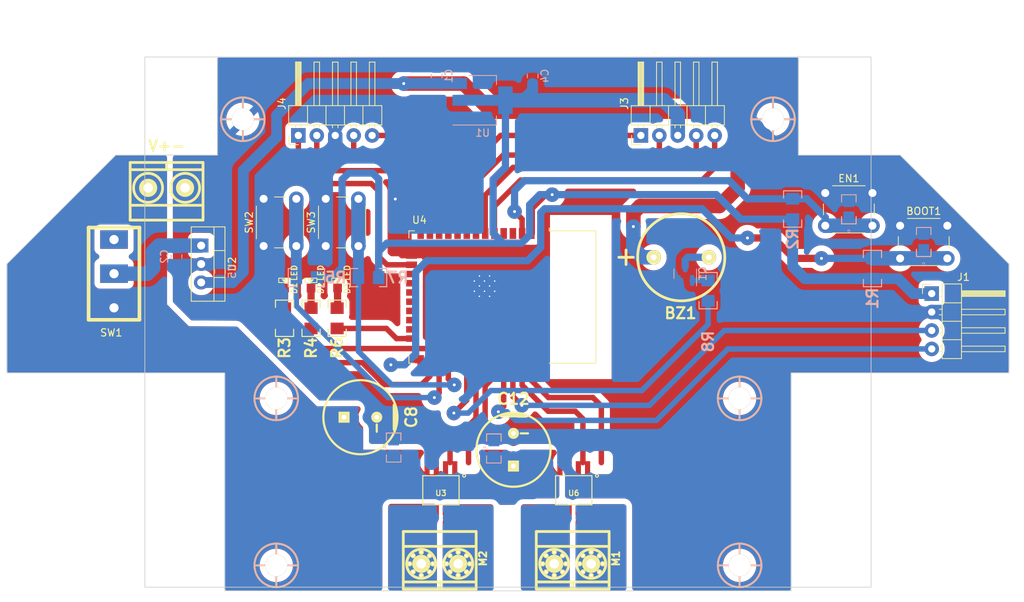
<source format=kicad_pcb>
(kicad_pcb (version 20221018) (generator pcbnew)
  (layers (0 "F.Cu" signal) (31 "B.Cu" signal) (34 "B.Paste" user) (35 "F.Paste" user) (36 "B.SilkS" user "B.Silkscreen") (37 "F.SilkS" user "F.Silkscreen") (38 "B.Mask" user) (39 "F.Mask" user) (44 "Edge.Cuts" user))
  (net 0 "")
  (net 1 "Net-(SW1-B)")
  (net 2 "GND")
  (net 3 "/Rx")
  (net 4 "/Tx")
  (net 17 "+3V3")
  (net 18 "/EN")
  (net 19 "/OUT_8")
  (net 20 "/OUT_7")
  (net 21 "/OUT_6")
  (net 22 "/OUT_5")
  (net 23 "/OUT_4")
  (net 24 "/OUT_3")
  (net 25 "/OUT_2")
  (net 26 "/OUT_1")
  (net 27 "+5V")
  (net 28 "/PUSH_1")
  (net 29 "/PUSH_2")
  (net 30 "/BUZZER")
  (net 31 "/M2A")
  (net 32 "/M2B")
  (net 33 "/M1A")
  (net 34 "/M1B")
  (net 35 "/LED_BUILTING")
  (net 36 "/BOOT")
  (net 37 "/LED_2")
  (net 38 "/LED_1")
  (net 39 "Net-(BZ1-+)")
  (net 40 "Net-(Q1-G)")
  (net 41 "Net-(D1-A)")
  (net 42 "Net-(D2-A)")
  (net 43 "Net-(D3-A)")
  (net 44 "VCC")
  (net 45 "/Vin")
  (net 46 "Net-(U6-OUT1)")
  (net 47 "Net-(U6-OUT2)")
  (net 48 "Net-(U3-OUT1)")
  (net 49 "Net-(U3-OUT2)")
  (footprint "EESTN5-v2:SW_SPDT_TH_Vertical" (layer "F.Cu") (at 74.49375 96.48275 180)
    (fp_text reference "SW1")
    (fp_text value "SW_SPST" hide)
  )
  (footprint "EESTN5-v2:hole_3mm" (layer "F.Cu") (at 96.83375 113.65375 -90)
    (fp_text reference "H1" hide)
    (fp_text value "Mounting_Hole" hide)
  )
  (footprint "RF_Module:ESP32-WROOM-32D" (layer "F.Cu") (at 124.975 99.69875 -90)
    (fp_text reference "U4")
    (fp_text value "ESP32-WROOM-32")
  )
  (footprint "Button_Switch_THT:SW_PUSH_6mm_H5mm" (layer "F.Cu") (at 95.09375 92.67375 90)
    (fp_text reference "SW2")
    (fp_text value "START")
  )
  (footprint "EESTN5-v2:BORNERA2_AZUL_HOLES+" (layer "F.Cu") (at 119.34 136.43)
    (fp_text reference "J10" hide)
    (fp_text value "M2")
  )
  (footprint "EESTN5-v2:R_1206" (layer "F.Cu") (at 97.97375 102.62475 -90)
    (fp_text reference "R3")
    (fp_text value "220" hide)
  )
  (footprint "Button_Switch_THT:SW_PUSH_6mm_H5mm" (layer "F.Cu") (at 172.42375 85.37475)
    (fp_text reference "EN1")
    (fp_text value "SW_Push")
  )
  (footprint "Connector_PinHeader_2.54mm:PinHeader_1x05_P2.54mm_Horizontal" (layer "F.Cu") (at 147.0375 77.44875 90)
    (fp_text reference "J3")
    (fp_text value "Conn_01x05_Pin")
  )
  (footprint "Button_Switch_THT:SW_PUSH_6mm_H5mm" (layer "F.Cu") (at 182.7325 89.87475)
    (fp_text reference "BOOT1")
    (fp_text value "SW_Push")
  )
  (footprint "Connector_PinHeader_2.54mm:PinHeader_1x05_P2.54mm_Horizontal" (layer "F.Cu") (at 99.8725 77.44875 90)
    (fp_text reference "J4")
    (fp_text value "Conn_01x05_Pin")
  )
  (footprint "EESTN5-v2:hole_3mm" (layer "F.Cu") (at 160.6301 113.65375 -90)
    (fp_text reference "H2" hide)
    (fp_text value "Mounting_Hole" hide)
  )
  (footprint "EESTN5-v2:Led_0805" (layer "F.Cu") (at 97.97375 97.40375 -90)
    (fp_text reference "D1")
    (fp_text value "LED")
  )
  (footprint "EESTN5-v2:Led_0805" (layer "F.Cu") (at 105.27375 97.40375 -90)
    (fp_text reference "D3")
    (fp_text value "LED")
  )
  (footprint "EESTN5-v2:BORNERA2_AZUL" (layer "F.Cu") (at 81.7325 84.66375 180)
    (fp_text reference "J2" hide)
    (fp_text value "V+-")
  )
  (footprint "EESTN5-v2:CAP_ELEC_10X8mm" (layer "F.Cu") (at 129.49375 120.718637)
    (fp_text reference "C12")
    (fp_text value "100uF 35V" hide)
  )
  (footprint "EESTN5-v2:R_1206" (layer "F.Cu") (at 101.62375 102.62475 -90)
    (fp_text reference "R4")
    (fp_text value "220" hide)
  )
  (footprint "EESTN5-v2:BORNERA2_AZUL_HOLES+" (layer "F.Cu") (at 137.65 136.43)
    (fp_text reference "J9" hide)
    (fp_text value "M1")
  )
  (footprint "EESTN5-v2:hole_3mm" (layer "F.Cu") (at 165.2325 75.22375 -90)
    (fp_text reference "H5" hide)
    (fp_text value "Mounting_Hole" hide)
  )
  (footprint "EESTN5-v2:Buzzer_12mm" (layer "F.Cu") (at 152.59375 94.22375 180)
    (fp_text reference "BZ1")
    (fp_text value "Buzzer" hide)
  )
  (footprint "EESTN5-v2:hole_3mm" (layer "F.Cu") (at 96.83375 136.64375 -90)
    (fp_text reference "H4" hide)
    (fp_text value "Mounting_Hole" hide)
  )
  (footprint "EESTN5-v2:SSOP-8" (layer "F.Cu") (at 119.50375 126.29875 180)
    (fp_text reference "U3")
    (fp_text value "TB67H451AFNG" hide)
  )
  (footprint "EESTN5-v2:hole_3mm" (layer "F.Cu") (at 160.6301 136.64375 -90)
    (fp_text reference "H3" hide)
    (fp_text value "Mounting_Hole" hide)
  )
  (footprint "EESTN5-v2:R_1206" (layer "F.Cu") (at 105.21375 102.62475 -90)
    (fp_text reference "R6")
    (fp_text value "220" hide)
  )
  (footprint "EESTN5-v2:SSOP-8" (layer "F.Cu") (at 137.79375 126.29875 180)
    (fp_text reference "U6")
    (fp_text value "TB67H451AFNG" hide)
  )
  (footprint "EESTN5-v2:CAP_ELEC_10X8mm" (layer "F.Cu") (at 108.418862 116.24375 -90)
    (fp_text reference "C8")
    (fp_text value "100uF 35V" hide)
  )
  (footprint "EESTN5-v2:Led_0805" (layer "F.Cu") (at 101.62375 97.40375 -90)
    (fp_text reference "D2")
    (fp_text value "LED")
  )
  (footprint "Connector_PinHeader_2.54mm:PinHeader_1x04_P2.54mm_Horizontal" (layer "F.Cu") (at 187.0825 99.22375)
    (fp_text reference "J1")
    (fp_text value "FTDI")
  )
  (footprint "Package_TO_SOT_THT:TO-220-3_Vertical" (layer "F.Cu") (at 86.49375 92.61375 -90)
    (fp_text reference "U2")
    (fp_text value "LM7805_TO220")
  )
  (footprint "Button_Switch_THT:SW_PUSH_6mm_H5mm" (layer "F.Cu") (at 103.64375 92.67375 90)
    (fp_text reference "SW3")
    (fp_text value "START")
  )
  (footprint "EESTN5-v2:hole_3mm" (layer "F.Cu") (at 92.2325 75.22375 -90)
    (fp_text reference "H6" hide)
    (fp_text value "Mounting_Hole" hide)
  )
  (footprint "EESTN5-v2:C_0805" (layer "B.Cu") (at 175.67375 87.619 90)
    (fp_text reference "C6")
    (fp_text value "1n" hide)
  )
  (footprint "Capacitor_SMD:C_0805_2012Metric_Pad1.18x1.45mm_HandSolder" (layer "B.Cu") (at 89.09375 96.19125 90)
    (fp_text reference "C5")
    (fp_text value "1uF")
  )
  (footprint "EESTN5-v2:R_1206" (layer "B.Cu") (at 100.99075 97.02375)
    (fp_text reference "R5")
    (fp_text value "4K7" hide)
  )
  (footprint "EESTN5-v2:C_0805" (layer "B.Cu") (at 185.9825 92.119 90)
    (fp_text reference "C3")
    (fp_text value "1n" hide)
  )
  (footprint "Package_TO_SOT_SMD:SOT-223-3_TabPin2" (layer "B.Cu") (at 125.24 72.60375)
    (fp_text reference "U1")
    (fp_text value "AMS1117-3.3")
  )
  (footprint "EESTN5-v2:R_1206" (layer "B.Cu") (at 156.29375 98.82075 90)
    (fp_text reference "R8")
    (fp_text value "10K" hide)
  )
  (footprint "EESTN5-v2:R_1206" (layer "B.Cu") (at 167.93375 87.57375 90)
    (fp_text reference "R2")
    (fp_text value "10K" hide)
  )
  (footprint "Capacitor_SMD:C_0805_2012Metric_Pad1.18x1.45mm_HandSolder" (layer "B.Cu") (at 83.0975 94.11625 -90)
    (fp_text reference "C2")
    (fp_text value "1uF")
  )
  (footprint "EESTN5-v2:R_1206" (layer "B.Cu") (at 178.92375 95.77175 90)
    (fp_text reference "R1")
    (fp_text value "1OK" hide)
  )
  (footprint "Capacitor_SMD:C_0805_2012Metric_Pad1.18x1.45mm_HandSolder" (layer "B.Cu") (at 118.91375 69.26625 90)
    (fp_text reference "C1")
    (fp_text value "1uF")
  )
  (footprint "Package_TO_SOT_SMD:SOT-23" (layer "B.Cu") (at 153.14375 96.48625 90)
    (fp_text reference "Q1")
    (fp_text value "2N7002")
  )
  (footprint "EESTN5-v2:C_0805" (layer "B.Cu") (at 112.99375 120.42375 -90)
    (fp_text reference "C11")
    (fp_text value "100nF" hide)
  )
  (footprint "EESTN5-v2:R_1206" (layer "B.Cu") (at 109.54075 97.02375)
    (fp_text reference "R7")
    (fp_text value "4K7" hide)
  )
  (footprint "EESTN5-v2:C_0805" (layer "B.Cu") (at 126.79375 120.54875 -90)
    (fp_text reference "C7")
    (fp_text value "100nF" hide)
  )
  (footprint "Capacitor_SMD:C_0805_2012Metric_Pad1.18x1.45mm_HandSolder" (layer "B.Cu") (at 132.13375 69.26625 90)
    (fp_text reference "C4")
    (fp_text value "1uF")
  )
  (gr_line (start 167.7325 140.14875) (end 167.7325 110.14875) (stroke (width 0.1)) (layer "Edge.Cuts"))
  (gr_line (start 59.7325 95.14875) (end 59.7325 110.14875) (stroke (width 0.1)) (layer "Edge.Cuts"))
  (gr_line (start 197.7325 110.14875) (end 197.7325 95.14875) (stroke (width 0.1)) (layer "Edge.Cuts"))
  (gr_line (start 88.7325 66.64875) (end 88.7325 80.14875) (stroke (width 0.1)) (layer "Edge.Cuts"))
  (gr_line (start 167.7325 110.14875) (end 197.7325 110.14875) (stroke (width 0.1)) (layer "Edge.Cuts"))
  (gr_line (start 89.7325 110.14875) (end 89.7325 140.14875) (stroke (width 0.1)) (layer "Edge.Cuts"))
  (gr_rect (start 78.7325 66.64875) (end 178.7325 139.64875) (stroke (width 0.1)) (fill none) (layer "Edge.Cuts"))
  (gr_line (start 74.7325 80.14875) (end 59.7325 95.14875) (stroke (width 0.1)) (layer "Edge.Cuts"))
  (gr_line (start 168.7325 80.14875) (end 168.7325 66.64875) (stroke (width 0.1)) (layer "Edge.Cuts"))
  (gr_line (start 182.7325 80.14875) (end 168.7325 80.14875) (stroke (width 0.1)) (layer "Edge.Cuts"))
  (gr_line (start 197.7325 95.14875) (end 182.7325 80.14875) (stroke (width 0.1)) (layer "Edge.Cuts"))
  (gr_line (start 168.7325 66.64875) (end 88.7325 66.64875) (stroke (width 0.1)) (layer "Edge.Cuts"))
  (gr_line (start 59.7325 110.14875) (end 89.7325 110.14875) (stroke (width 0.1)) (layer "Edge.Cuts"))
  (gr_line (start 89.7325 140.14875) (end 167.7325 140.14875) (stroke (width 0.1)) (layer "Edge.Cuts"))
  (gr_line (start 88.7325 80.14875) (end 74.7325 80.14875) (stroke (width 0.1)) (layer "Edge.Cuts"))
  (segment (start 74.49375 96.48275) (end 79.07475 96.48275) (width 2) (layer "B.Cu") (net 1))
  (segment (start 80.68375 92.61375) (end 86.49375 92.61375) (width 2) (layer "B.Cu") (net 1))
  (segment (start 79.88375 93.41375) (end 80.68375 92.61375) (width 2) (layer "B.Cu") (net 1))
  (segment (start 79.88375 95.67375) (end 79.88375 93.41375) (width 2) (layer "B.Cu") (net 1))
  (segment (start 79.07475 96.48275) (end 79.88375 95.67375) (width 2) (layer "B.Cu") (net 1))
  (segment (start 117.5475 93.98875) (end 121.7575 98.19875) (width 0.75) (layer "F.Cu") (net 2))
  (segment (start 133.225 100.66625) (end 130.7575 98.19875) (width 0.75) (layer "F.Cu") (net 2))
  (segment (start 133.225 108.44875) (end 133.225 100.66625) (width 0.75) (layer "F.Cu") (net 2))
  (segment (start 115.465 93.98875) (end 114.12875 93.98875) (width 0.75) (layer "F.Cu") (net 2))
  (segment (start 95.09375 95.05375) (end 95.09375 92.67375) (width 1) (layer "F.Cu") (net 2))
  (segment (start 114.12875 93.98875) (end 113.22375 93.08375) (width 0.75) (layer "F.Cu") (net 2))
  (segment (start 133.225 90.94875) (end 133.225 95.65625) (width 0.75) (layer "F.Cu") (net 2))
  (segment (start 113.22375 93.08375) (end 113.22375 86.20375) (width 0.75) (layer "F.Cu") (net 2))
  (segment (start 97.97375 96.35473) (end 96.39473 96.35473) (width 1) (layer "F.Cu") (net 2))
  (segment (start 130.6825 98.19875) (end 125.505 98.19875) (width 0.75) (layer "F.Cu") (net 2))
  (segment (start 121.7575 98.19875) (end 125.505 98.19875) (width 0.75) (layer "F.Cu") (net 2))
  (segment (start 96.39473 96.35473) (end 95.09375 95.05375) (width 1) (layer "F.Cu") (net 2))
  (segment (start 115.465 93.98875) (end 117.5475 93.98875) (width 0.75) (layer "F.Cu") (net 2))
  (segment (start 105.27375 96.35473) (end 101.62375 96.35473) (width 1) (layer "F.Cu") (net 2))
  (segment (start 130.7575 98.19875) (end 125.505 98.19875) (width 0.75) (layer "F.Cu") (net 2))
  (segment (start 101.62375 96.35473) (end 97.97375 96.35473) (width 1) (layer "F.Cu") (net 2))
  (segment (start 133.225 95.65625) (end 130.6825 98.19875) (width 0.75) (layer "F.Cu") (net 2))
  (via (at 113.22375 86.20375) (size 2) (drill 0.4) (layers "F.Cu" "B.Cu") (net 2))
  (segment (start 113.22375 82.24375) (end 113.22375 86.20375) (width 2) (layer "B.Cu") (net 2))
  (segment (start 192.6325 99.825) (end 190.69375 101.76375) (width 2) (layer "B.Cu") (net 2))
  (segment (start 89.09375 92.72375) (end 89.09375 95.15375) (width 1) (layer "B.Cu") (net 2))
  (segment (start 89.02375 84.66375) (end 89.99375 85.63375) (width 0.75) (layer "B.Cu") (net 2))
  (segment (start 103.64375 83.47375) (end 102.69375 82.52375) (width 2) (layer "B.Cu") (net 2))
  (segment (start 136.51375 119.58375) (end 136.30375 119.37375) (width 2) (layer "B.Cu") (net 2))
  (segment (start 89.09375 95.15375) (end 86.49375 95.15375) (width 1) (layer "B.Cu") (net 2))
  (segment (start 99.558846 68.22875) (end 118.91375 68.22875) (width 1) (layer "B.Cu") (net 2))
  (segment (start 168.2325 81.1835) (end 168.2325 80.8625) (width 1) (layer "B.Cu") (net 2))
  (segment (start 96.69375 82.52375) (end 95.09375 84.12375) (width 2) (layer "B.Cu") (net 2))
  (segment (start 189.2325 89.87475) (end 190.8165 89.87475) (width 2) (layer "B.Cu") (net 2))
  (segment (start 84.2725 84.66375) (end 89.02375 84.66375) (width 0.75) (layer "B.Cu") (net 2))
  (segment (start 89.99375 77.793846) (end 99.558846 68.22875) (width 1) (layer "B.Cu") (net 2))
  (segment (start 109.73375 116.22375) (end 109.71375 116.24375) (width 2) (layer "B.Cu") (net 2))
  (segment (start 118.91375 68.22875) (end 132.13375 68.22875) (width 1) (layer "B.Cu") (net 2))
  (segment (start 104.9525 80.265) (end 111.245 80.265) (width 2) (layer "B.Cu") (net 2))
  (segment (start 102.69375 82.52375) (end 96.69375 82.52375) (width 2) (layer "B.Cu") (net 2))
  (segment (start 103.64375 86.17375) (end 103.64375 83.47375) (width 2) (layer "B.Cu") (net 2))
  (segment (start 168.2325 80.8625) (end 155.59875 68.22875) (width 1) (layer "B.Cu") (net 2))
  (segment (start 104.9525 77.44875) (end 104.9525 80.265) (width 2) (layer "B.Cu") (net 2))
  (segment (start 190.69375 101.76375) (end 187.0825 101.76375) (width 2) (layer "B.Cu") (net 2))
  (segment (start 118.22375 122.49875) (end 118.22375 118.75375) (width 2) (layer "B.Cu") (net 2))
  (segment (start 136.51375 122.49875) (end 136.51375 119.58375) (width 2) (layer "B.Cu") (net 2))
  (segment (start 89.99375 91.82375) (end 89.99375 85.63375) (width 1) (layer "B.Cu") (net 2))
  (segment (start 118.22375 118.75375) (end 115.69375 116.22375) (width 2) (layer "B.Cu") (net 2))
  (segment (start 95.09375 84.12375) (end 95.09375 86.17375) (width 2) (layer "B.Cu") (net 2))
  (segment (start 89.09375 92.72375) (end 89.99375 91.82375) (width 1) (layer "B.Cu") (net 2))
  (segment (start 192.6325 91.69075) (end 192.6325 99.825) (width 2) (layer "B.Cu") (net 2))
  (segment (start 190.8165 89.87475) (end 192.6325 91.69075) (width 2) (layer "B.Cu") (net 2))
  (segment (start 95.09375 92.67375) (end 95.09375 86.17375) (width 2) (layer "B.Cu") (net 2))
  (segment (start 104.9525 76.034537) (end 104.9525 77.44875) (width 1.5) (layer "B.Cu") (net 2))
  (segment (start 115.69375 116.22375) (end 109.73375 116.22375) (width 2) (layer "B.Cu") (net 2))
  (segment (start 106.083287 74.90375) (end 104.9525 76.034537) (width 1.5) (layer "B.Cu") (net 2))
  (segment (start 155.59875 68.22875) (end 132.13375 68.22875) (width 1) (layer "B.Cu") (net 2))
  (segment (start 103.64375 92.67375) (end 103.64375 86.17375) (width 2) (layer "B.Cu") (net 2))
  (segment (start 111.245 80.265) (end 113.22375 82.24375) (width 2) (layer "B.Cu") (net 2))
  (segment (start 83.0975 95.15375) (end 86.49375 95.15375) (width 1) (layer "B.Cu") (net 2))
  (segment (start 89.99375 85.63375) (end 89.99375 77.793846) (width 1) (layer "B.Cu") (net 2))
  (segment (start 172.42375 85.37475) (end 168.2325 81.1835) (width 1) (layer "B.Cu") (net 2))
  (segment (start 122.09 74.90375) (end 106.083287 74.90375) (width 1.5) (layer "B.Cu") (net 2))
  (segment (start 178.92375 85.37475) (end 172.42375 85.37475) (width 2) (layer "B.Cu") (net 2))
  (segment (start 104.9525 80.265) (end 102.69375 82.52375) (width 2) (layer "B.Cu") (net 2))
  (segment (start 189.2325 89.87475) (end 182.7325 89.87475) (width 2) (layer "B.Cu") (net 2))
  (segment (start 129.415 113.385) (end 130.64375 114.61375) (width 0.75) (layer "F.Cu") (net 3))
  (segment (start 129.415 108.44875) (end 129.415 113.385) (width 0.75) (layer "F.Cu") (net 3))
  (via (at 130.64375 114.61375) (size 2) (drill 0.4) (layers "F.Cu" "B.Cu") (net 3))
  (segment (start 158.52375 104.30375) (end 148.21375 114.61375) (width 0.75) (layer "B.Cu") (net 3))
  (segment (start 148.21375 114.61375) (end 130.64375 114.61375) (width 0.75) (layer "B.Cu") (net 3))
  (segment (start 187.0825 104.30375) (end 158.52375 104.30375) (width 0.75) (layer "B.Cu") (net 3))
  (segment (start 128.145 108.44875) (end 128.145 114.7625) (width 0.75) (layer "F.Cu") (net 4))
  (segment (start 128.145 114.7625) (end 127.41375 115.49375) (width 0.75) (layer "F.Cu") (net 4))
  (via (at 127.41375 115.49375) (size 2) (drill 0.4) (layers "F.Cu" "B.Cu") (net 4))
  (segment (start 159.01375 106.84375) (end 149.17375 116.68375) (width 0.75) (layer "B.Cu") (net 4))
  (segment (start 128.60375 115.49375) (end 127.41375 115.49375) (width 0.75) (layer "B.Cu") (net 4))
  (segment (start 129.79375 116.68375) (end 128.60375 115.49375) (width 0.75) (layer "B.Cu") (net 4))
  (segment (start 187.0825 106.84375) (end 159.01375 106.84375) (width 0.75) (layer "B.Cu") (net 4))
  (segment (start 149.17375 116.68375) (end 129.79375 116.68375) (width 0.75) (layer "B.Cu") (net 4))
  (segment (start 131.955 87.45075) (end 131.955 90.94875) (width 1) (layer "F.Cu") (net 17))
  (segment (start 133.806 85.59975) (end 131.955 87.45075) (width 1) (layer "F.Cu") (net 17))
  (segment (start 134.822 85.59975) (end 133.806 85.59975) (width 1) (layer "F.Cu") (net 17))
  (via (at 134.822 85.59975) (size 2) (drill 0.4) (layers "F.Cu" "B.Cu") (net 17))
  (segment (start 106.79375 82.62375) (end 110.09375 82.62375) (width 1) (layer "B.Cu") (net 17))
  (segment (start 134.822 85.59975) (end 133.114 85.59975) (width 1) (layer "B.Cu") (net 17))
  (segment (start 152.1175 77.44875) (end 152.1175 74.5475) (width 2) (layer "B.Cu") (net 17))
  (segment (start 112.07375 92.28375) (end 110.93775 93.41975) (width 1) (layer "B.Cu") (net 17))
  (segment (start 182.46875 97.16875) (end 184.52375 99.22375) (width 1.5) (layer "B.Cu") (net 17))
  (segment (start 131.72 91.16375) (end 130.6 92.28375) (width 1) (layer "B.Cu") (net 17))
  (segment (start 167.93375 88.97075) (end 167.93375 95.48375) (width 1.5) (layer "B.Cu") (net 17))
  (segment (start 157.42975 85.59975) (end 160.80075 88.97075) (width 1) (layer "B.Cu") (net 17))
  (segment (start 132.13375 71.21375) (end 132.13375 70.30375) (width 1.5) (layer "B.Cu") (net 17))
  (segment (start 184.52375 99.22375) (end 187.0825 99.22375) (width 1.5) (layer "B.Cu") (net 17))
  (segment (start 128.39 72.60375) (end 130.74375 72.60375) (width 1.5) (layer "B.Cu") (net 17))
  (segment (start 110.93775 83.46775) (end 110.93775 97.02375) (width 1) (layer "B.Cu") (net 17))
  (segment (start 130.74375 72.60375) (end 132.13375 71.21375) (width 1.5) (layer "B.Cu") (net 17))
  (segment (start 152.1175 74.5475) (end 150.17375 72.60375) (width 2) (layer "B.Cu") (net 17))
  (segment (start 130.6 92.28375) (end 128.45375 92.28375) (width 1) (layer "B.Cu") (net 17))
  (segment (start 128.08375 92.28375) (end 126.69375 90.89375) (width 1) (layer "B.Cu") (net 17))
  (segment (start 160.80075 88.97075) (end 167.93375 88.97075) (width 1) (layer "B.Cu") (net 17))
  (segment (start 126.69375 90.89375) (end 126.69375 83.51375) (width 1) (layer "B.Cu") (net 17))
  (segment (start 178.92375 97.16875) (end 182.46875 97.16875) (width 1.5) (layer "B.Cu") (net 17))
  (segment (start 128.45375 92.28375) (end 128.08375 92.28375) (width 1) (layer "B.Cu") (net 17))
  (segment (start 150.17375 72.60375) (end 128.39 72.60375) (width 2) (layer "B.Cu") (net 17))
  (segment (start 105.89375 95.62375) (end 105.89375 83.52375) (width 1) (layer "B.Cu") (net 17))
  (segment (start 104.49375 97.02375) (end 105.89375 95.62375) (width 1) (layer "B.Cu") (net 17))
  (segment (start 128.39 81.8175) (end 128.39 72.60375) (width 1) (layer "B.Cu") (net 17))
  (segment (start 110.93775 93.41975) (end 110.93775 97.02375) (width 1) (layer "B.Cu") (net 17))
  (segment (start 128.45375 92.28375) (end 112.07375 92.28375) (width 1) (layer "B.Cu") (net 17))
  (segment (start 102.38775 97.02375) (end 104.49375 97.02375) (width 1) (layer "B.Cu") (net 17))
  (segment (start 126.69375 83.51375) (end 128.39 81.8175) (width 1) (layer "B.Cu") (net 17))
  (segment (start 131.72 86.99375) (end 131.72 91.16375) (width 1) (layer "B.Cu") (net 17))
  (segment (start 167.93375 95.48375) (end 169.61875 97.16875) (width 1.5) (layer "B.Cu") (net 17))
  (segment (start 133.114 85.59975) (end 131.72 86.99375) (width 1) (layer "B.Cu") (net 17))
  (segment (start 110.09375 82.62375) (end 110.93775 83.46775) (width 1) (layer "B.Cu") (net 17))
  (segment (start 122.09 72.60375) (end 128.39 72.60375) (width 1.5) (layer "B.Cu") (net 17))
  (segment (start 134.822 85.59975) (end 157.42975 85.59975) (width 1) (layer "B.Cu") (net 17))
  (segment (start 105.89375 83.52375) (end 106.79375 82.62375) (width 1) (layer "B.Cu") (net 17))
  (segment (start 169.61875 97.16875) (end 178.92375 97.16875) (width 1.5) (layer "B.Cu") (net 17))
  (segment (start 129.6425 87.92875) (end 130.685 88.97125) (width 0.75) (layer "F.Cu") (net 18))
  (segment (start 130.685 88.97125) (end 130.685 90.94875) (width 0.75) (layer "F.Cu") (net 18))
  (via (at 129.6425 87.92875) (size 2) (drill 0.4) (layers "F.Cu" "B.Cu") (net 18))
  (segment (start 129.6425 87.92875) (end 129.6425 85.035) (width 1) (layer "B.Cu") (net 18))
  (segment (start 161.70675 86.17675) (end 167.93375 86.17675) (width 1) (layer "B.Cu") (net 18))
  (segment (start 169.87675 86.17675) (end 172.42375 88.72375) (width 1) (layer "B.Cu") (net 18))
  (segment (start 130.99875 83.67875) (end 159.20875 83.67875) (width 1) (layer "B.Cu") (net 18))
  (segment (start 178.92375 89.87475) (end 172.42375 89.87475) (width 2) (layer "B.Cu") (net 18))
  (segment (start 159.20875 83.67875) (end 161.70675 86.17675) (width 1) (layer "B.Cu") (net 18))
  (segment (start 129.6425 85.035) (end 130.99875 83.67875) (width 1) (layer "B.Cu") (net 18))
  (segment (start 167.93375 86.17675) (end 169.87675 86.17675) (width 1) (layer "B.Cu") (net 18))
  (segment (start 172.42375 88.72375) (end 172.42375 89.87475) (width 1) (layer "B.Cu") (net 18))
  (segment (start 115.465 95.25875) (end 112.08875 95.25875) (width 0.75) (layer "F.Cu") (net 19))
  (segment (start 110.98375 85.15375) (end 109.90575 84.07575) (width 0.75) (layer "F.Cu") (net 19))
  (segment (start 109.90575 84.07575) (end 102.86575 84.07575) (width 0.75) (layer "F.Cu") (net 19))
  (segment (start 112.08875 95.25875) (end 110.98375 94.15375) (width 0.75) (layer "F.Cu") (net 19))
  (segment (start 110.98375 94.15375) (end 110.98375 85.15375) (width 0.75) (layer "F.Cu") (net 19))
  (segment (start 99.8725 81.0825) (end 99.8725 77.44875) (width 0.75) (layer "F.Cu") (net 19))
  (segment (start 102.86575 84.07575) (end 99.8725 81.0825) (width 0.75) (layer "F.Cu") (net 19))
  (segment (start 102.4125 80.6925) (end 102.4125 77.44875) (width 0.75) (layer "F.Cu") (net 20))
  (segment (start 104.01775 82.29775) (end 102.4125 80.6925) (width 0.75) (layer "F.Cu") (net 20))
  (segment (start 119.255 90.94875) (end 119.255 85.78075) (width 0.75) (layer "F.Cu") (net 20))
  (segment (start 115.772 82.29775) (end 104.01775 82.29775) (width 0.75) (layer "F.Cu") (net 20))
  (segment (start 119.255 85.78075) (end 115.772 82.29775) (width 0.75) (layer "F.Cu") (net 20))
  (segment (start 108.406 80.26575) (end 116.788 80.26575) (width 0.75) (layer "F.Cu") (net 21))
  (segment (start 107.4925 77.44875) (end 107.4925 79.35225) (width 0.75) (layer "F.Cu") (net 21))
  (segment (start 107.4925 79.35225) (end 108.406 80.26575) (width 0.75) (layer "F.Cu") (net 21))
  (segment (start 120.525 84.00275) (end 120.525 90.94875) (width 0.75) (layer "F.Cu") (net 21))
  (segment (start 116.788 80.26575) (end 120.525 84.00275) (width 0.75) (layer "F.Cu") (net 21))
  (segment (start 117.019 77.44875) (end 110.0325 77.44875) (width 0.75) (layer "F.Cu") (net 22))
  (segment (start 121.795 90.94875) (end 121.795 82.22475) (width 0.75) (layer "F.Cu") (net 22))
  (segment (start 121.795 82.22475) (end 117.019 77.44875) (width 0.75) (layer "F.Cu") (net 22))
  (segment (start 127.733 77.44875) (end 147.0375 77.44875) (width 0.75) (layer "F.Cu") (net 23))
  (segment (start 123.065 82.11675) (end 127.733 77.44875) (width 0.75) (layer "F.Cu") (net 23))
  (segment (start 123.065 90.94875) (end 123.065 82.11675) (width 0.75) (layer "F.Cu") (net 23))
  (segment (start 124.335 90.94875) (end 124.335 83.89475) (width 0.75) (layer "F.Cu") (net 24))
  (segment (start 149.5775 79.30625) (end 149.5775 77.44875) (width 0.75) (layer "F.Cu") (net 24))
  (segment (start 148.73 80.15375) (end 149.5775 79.30625) (width 0.75) (layer "F.Cu") (net 24))
  (segment (start 128.076 80.15375) (end 148.73 80.15375) (width 0.75) (layer "F.Cu") (net 24))
  (segment (start 124.335 83.89475) (end 128.076 80.15375) (width 0.75) (layer "F.Cu") (net 24))
  (segment (start 153.33 81.85375) (end 129.424 81.85375) (width 0.75) (layer "F.Cu") (net 25))
  (segment (start 129.424 81.85375) (end 125.605 85.67275) (width 0.75) (layer "F.Cu") (net 25))
  (segment (start 125.605 85.67275) (end 125.605 90.94875) (width 0.75) (layer "F.Cu") (net 25))
  (segment (start 154.6575 77.44875) (end 154.6575 80.52625) (width 0.75) (layer "F.Cu") (net 25))
  (segment (start 154.6575 80.52625) (end 153.33 81.85375) (width 0.75) (layer "F.Cu") (net 25))
  (segment (start 155.49 83.59375) (end 157.1975 81.88625) (width 0.75) (layer "F.Cu") (net 26))
  (segment (start 157.1975 81.88625) (end 157.1975 77.44875) (width 0.75) (layer "F.Cu") (net 26))
  (segment (start 126.875 87.19675) (end 130.478 83.59375) (width 0.75) (layer "F.Cu") (net 26))
  (segment (start 126.875 90.94875) (end 126.875 87.19675) (width 0.75) (layer "F.Cu") (net 26))
  (segment (start 130.478 83.59375) (end 155.49 83.59375) (width 0.75) (layer "F.Cu") (net 26))
  (segment (start 146.93375 87.16375) (end 157.84375 87.16375) (width 2) (layer "F.Cu") (net 27))
  (segment (start 160.36375 84.64375) (end 160.36375 76.31375) (width 2) (layer "F.Cu") (net 27))
  (segment (start 146.00375 89.99375) (end 146.00375 88.09375) (width 2) (layer "F.Cu") (net 27))
  (segment (start 157.84375 87.16375) (end 160.36375 84.64375) (width 2) (layer "F.Cu") (net 27))
  (segment (start 146.00375 88.09375) (end 146.93375 87.16375) (width 2) (layer "F.Cu") (net 27))
  (segment (start 160.36375 76.31375) (end 158.22375 74.17375) (width 2) (layer "F.Cu") (net 27))
  (segment (start 126.48375 74.17375) (end 122.61375 70.30375) (width 2) (layer "F.Cu") (net 27))
  (segment (start 122.61375 70.30375) (end 114.38375 70.30375) (width 2) (layer "F.Cu") (net 27))
  (segment (start 158.22375 74.17375) (end 126.48375 74.17375) (width 2) (layer "F.Cu") (net 27))
  (via (at 114.38375 70.30375) (size 2) (drill 0.4) (layers "F.Cu" "B.Cu") (net 27))
  (via (at 146.00375 89.99375) (size 2) (drill 0.4) (layers "F.Cu" "B.Cu") (net 27))
  (segment (start 114.38375 70.30375) (end 101.25375 70.30375) (width 1.5) (layer "B.Cu") (net 27))
  (segment (start 92.29375 82.26375) (end 92.29375 96.21375) (width 1.5) (layer "B.Cu") (net 27))
  (segment (start 90.81375 97.69375) (end 86.49375 97.69375) (width 1.5) (layer "B.Cu") (net 27))
  (segment (start 147.24375 94.22375) (end 148.79375 94.22375) (width 2) (layer "B.Cu") (net 27))
  (segment (start 96.88375 74.67375) (end 96.88375 77.67375) (width 1.5) (layer "B.Cu") (net 27))
  (segment (start 101.25375 70.30375) (end 96.88375 74.67375) (width 1.5) (layer "B.Cu") (net 27))
  (segment (start 96.88375 77.67375) (end 92.29375 82.26375) (width 1.5) (layer "B.Cu") (net 27))
  (segment (start 118.91375 70.30375) (end 122.09 70.30375) (width 1.5) (layer "B.Cu") (net 27))
  (segment (start 92.29375 96.21375) (end 90.81375 97.69375) (width 1.5) (layer "B.Cu") (net 27))
  (segment (start 146.00375 89.99375) (end 146.00375 92.98375) (width 2) (layer "B.Cu") (net 27))
  (segment (start 146.00375 92.98375) (end 147.24375 94.22375) (width 2) (layer "B.Cu") (net 27))
  (segment (start 118.91375 70.30375) (end 114.38375 70.30375) (width 1.5) (layer "B.Cu") (net 27))
  (segment (start 119.255 112.8925) (end 118.60375 113.54375) (width 0.75) (layer "F.Cu") (net 28))
  (segment (start 119.255 108.44875) (end 119.255 112.8925) (width 0.75) (layer "F.Cu") (net 28))
  (via (at 118.60375 113.54375) (size 2) (drill 0.4) (layers "F.Cu" "B.Cu") (net 28))
  (segment (start 99.59375 97.02375) (end 99.59375 100.91375) (width 0.75) (layer "B.Cu") (net 28))
  (segment (start 99.59375 100.91375) (end 112.22375 113.54375) (width 0.75) (layer "B.Cu") (net 28))
  (segment (start 99.59375 97.02375) (end 99.59375 92.67375) (width 1.5) (layer "B.Cu") (net 28))
  (segment (start 112.22375 113.54375) (end 118.60375 113.54375) (width 0.75) (layer "B.Cu") (net 28))
  (segment (start 99.59375 86.17375) (end 99.59375 92.67375) (width 2) (layer "B.Cu") (net 28))
  (segment (start 120.525 108.44875) (end 120.525 110.975) (width 0.75) (layer "F.Cu") (net 29))
  (segment (start 120.525 110.975) (end 121.34375 111.79375) (width 0.75) (layer "F.Cu") (net 29))
  (via (at 121.34375 111.79375) (size 2) (drill 0.4) (layers "F.Cu" "B.Cu") (net 29))
  (segment (start 108.14375 97.02375) (end 108.14375 92.67375) (width 1.5) (layer "B.Cu") (net 29))
  (segment (start 108.14375 86.17375) (end 108.14375 92.67375) (width 2) (layer "B.Cu") (net 29))
  (segment (start 112.76375 111.79375) (end 121.34375 111.79375) (width 0.75) (layer "B.Cu") (net 29))
  (segment (start 108.14375 97.02375) (end 108.14375 107.17375) (width 0.75) (layer "B.Cu") (net 29))
  (segment (start 108.14375 107.17375) (end 112.76375 111.79375) (width 0.75) (layer "B.Cu") (net 29))
  (segment (start 123.065 108.44875) (end 123.065 113.8925) (width 0.75) (layer "F.Cu") (net 30))
  (segment (start 123.065 113.8925) (end 121.28375 115.67375) (width 0.75) (layer "F.Cu") (net 30))
  (via (at 121.28375 115.67375) (size 2) (drill 0.4) (layers "F.Cu" "B.Cu") (net 30))
  (segment (start 126.36875 112.57375) (end 123.26875 115.67375) (width 0.75) (layer "B.Cu") (net 30))
  (segment (start 156.29375 103.45375) (end 147.17375 112.57375) (width 0.75) (layer "B.Cu") (net 30))
  (segment (start 147.17375 112.57375) (end 126.36875 112.57375) (width 0.75) (layer "B.Cu") (net 30))
  (segment (start 123.26875 115.67375) (end 121.28375 115.67375) (width 0.75) (layer "B.Cu") (net 30))
  (segment (start 156.29375 100.21775) (end 156.29375 103.45375) (width 0.75) (layer "B.Cu") (net 30))
  (segment (start 130.685 108.44875) (end 130.685 111.835) (width 0.75) (layer "F.Cu") (net 31))
  (segment (start 138.00375 115.42375) (end 139.05375 116.47375) (width 0.75) (layer "F.Cu") (net 31))
  (segment (start 134.27375 115.42375) (end 138.00375 115.42375) (width 0.75) (layer "F.Cu") (net 31))
  (segment (start 130.685 111.835) (end 134.27375 115.42375) (width 0.75) (layer "F.Cu") (net 31))
  (segment (start 139.05375 116.47375) (end 139.05375 122.49875) (width 0.75) (layer "F.Cu") (net 31))
  (segment (start 140.43375 113.53375) (end 141.59375 114.69375) (width 0.75) (layer "F.Cu") (net 32))
  (segment (start 141.59375 114.69375) (end 141.59375 122.49875) (width 0.75) (layer "F.Cu") (net 32))
  (segment (start 134.30375 113.53375) (end 140.43375 113.53375) (width 0.75) (layer "F.Cu") (net 32))
  (segment (start 131.955 108.44875) (end 131.955 111.185) (width 0.75) (layer "F.Cu") (net 32))
  (segment (start 131.955 111.185) (end 134.30375 113.53375) (width 0.75) (layer "F.Cu") (net 32))
  (segment (start 120.76375 119.96375) (end 120.76375 122.49875) (width 0.75) (layer "F.Cu") (net 33))
  (segment (start 124.335 108.44875) (end 124.335 116.3925) (width 0.75) (layer "F.Cu") (net 33))
  (segment (start 124.335 116.3925) (end 120.76375 119.96375) (width 0.75) (layer "F.Cu") (net 33))
  (segment (start 123.30375 119.77375) (end 123.30375 122.49875) (width 0.75) (layer "F.Cu") (net 34))
  (segment (start 125.59375 117.48375) (end 123.30375 119.77375) (width 0.75) (layer "F.Cu") (net 34))
  (segment (start 125.59375 111.93375) (end 125.59375 117.48375) (width 0.75) (layer "F.Cu") (net 34))
  (segment (start 126.875 108.44875) (end 126.875 110.6525) (width 0.75) (layer "F.Cu") (net 34))
  (segment (start 126.875 110.6525) (end 125.59375 111.93375) (width 0.75) (layer "F.Cu") (net 34))
  (segment (start 111.99175 104.02175) (end 113.38875 105.41875) (width 0.75) (layer "F.Cu") (net 35))
  (segment (start 113.38875 105.41875) (end 115.465 105.41875) (width 0.75) (layer "F.Cu") (net 35))
  (segment (start 105.21375 104.02175) (end 111.99175 104.02175) (width 0.75) (layer "F.Cu") (net 35))
  (segment (start 165.28375 91.56375) (end 161.71375 91.56375) (width 1) (layer "F.Cu") (net 36))
  (segment (start 116.715 108.44875) (end 114.90875 108.44875) (width 0.75) (layer "F.Cu") (net 36))
  (segment (start 171.90375 94.37475) (end 168.09475 94.37475) (width 1) (layer "F.Cu") (net 36))
  (segment (start 168.09475 94.37475) (end 165.28375 91.56375) (width 1) (layer "F.Cu") (net 36))
  (segment (start 114.90875 108.44875) (end 114.33375 109.02375) (width 0.75) (layer "F.Cu") (net 36))
  (segment (start 171.90375 94.37475) (end 171.90375 94.47375) (width 1) (layer "F.Cu") (net 36))
  (segment (start 114.33375 109.02375) (end 112.61375 109.02375) (width 0.75) (layer "F.Cu") (net 36))
  (via (at 171.90375 94.37475) (size 2) (drill 0.4) (layers "F.Cu" "B.Cu") (net 36))
  (via (at 112.61375 109.02375) (size 2) (drill 0.4) (layers "F.Cu" "B.Cu") (net 36))
  (via (at 161.71375 91.56375) (size 2) (drill 0.4) (layers "F.Cu" "B.Cu") (net 36))
  (segment (start 182.7325 94.37475) (end 178.92375 94.37475) (width 2) (layer "B.Cu") (net 36))
  (segment (start 117.58375 94.69375) (end 116.02375 96.25375) (width 1) (layer "B.Cu") (net 36))
  (segment (start 133.25 88.08375) (end 133.25 92.8675) (width 1) (layer "B.Cu") (net 36))
  (segment (start 159.48375 91.56375) (end 155.46375 87.54375) (width 1) (layer "B.Cu") (net 36))
  (segment (start 133.25 92.8675) (end 131.42375 94.69375) (width 1) (layer "B.Cu") (net 36))
  (segment (start 171.90375 94.37475) (end 178.92375 94.37475) (width 1) (layer "B.Cu") (net 36))
  (segment (start 189.2325 94.37475) (end 182.7325 94.37475) (width 2) (layer "B.Cu") (net 36))
  (segment (start 155.46375 87.54375) (end 133.79 87.54375) (width 1) (layer "B.Cu") (net 36))
  (segment (start 131.42375 94.69375) (end 117.58375 94.69375) (width 1) (layer "B.Cu") (net 36))
  (segment (start 116.02375 107.52375) (end 114.52375 109.02375) (width 1) (layer "B.Cu") (net 36))
  (segment (start 133.79 87.54375) (end 133.25 88.08375) (width 1) (layer "B.Cu") (net 36))
  (segment (start 116.02375 96.25375) (end 116.02375 107.52375) (width 1) (layer "B.Cu") (net 36))
  (segment (start 161.71375 91.56375) (end 159.48375 91.56375) (width 1) (layer "B.Cu") (net 36))
  (segment (start 114.52375 109.02375) (end 112.61375 109.02375) (width 1) (layer "B.Cu") (net 36))
  (segment (start 117.985 108.44875) (end 117.985 110.6025) (width 0.75) (layer "F.Cu") (net 37))
  (segment (start 108.67375 108.73375) (end 101.18375 108.73375) (width 0.75) (layer "F.Cu") (net 37))
  (segment (start 97.97375 105.52375) (end 97.97375 104.02175) (width 0.75) (layer "F.Cu") (net 37))
  (segment (start 116.84375 111.74375) (end 111.68375 111.74375) (width 0.75) (layer "F.Cu") (net 37))
  (segment (start 101.18375 108.73375) (end 97.97375 105.52375) (width 0.75) (layer "F.Cu") (net 37))
  (segment (start 117.985 110.6025) (end 116.84375 111.74375) (width 0.75) (layer "F.Cu") (net 37))
  (segment (start 111.68375 111.74375) (end 108.67375 108.73375) (width 0.75) (layer "F.Cu") (net 37))
  (segment (start 101.62375 105.44375) (end 101.62375 104.02175) (width 0.75) (layer "F.Cu") (net 38))
  (segment (start 102.97385 106.79385) (end 101.62375 105.44375) (width 0.75) (layer "F.Cu") (net 38))
  (segment (start 121.795 107.36875) (end 121.2201 106.79385) (width 0.75) (layer "F.Cu") (net 38))
  (segment (start 121.2201 106.79385) (end 102.97385 106.79385) (width 0.75) (layer "F.Cu") (net 38))
  (segment (start 121.795 108.44875) (end 121.795 107.36875) (width 0.75) (layer "F.Cu") (net 38))
  (segment (start 153.49375 94.22375) (end 153.14375 94.57375) (width 1) (layer "B.Cu") (net 39))
  (segment (start 153.14375 94.57375) (end 153.14375 95.54875) (width 1) (layer "B.Cu") (net 39))
  (segment (start 156.39375 94.22375) (end 153.49375 94.22375) (width 1) (layer "B.Cu") (net 39))
  (segment (start 154.09375 97.42375) (end 156.29375 97.42375) (width 0.75) (layer "B.Cu") (net 40))
  (segment (start 97.97375 98.45277) (end 97.97375 101.22775) (width 1) (layer "F.Cu") (net 41))
  (segment (start 101.62375 98.45277) (end 101.62375 101.22775) (width 1) (layer "F.Cu") (net 42))
  (segment (start 105.27375 98.45277) (end 105.27375 101.25675) (width 1) (layer "F.Cu") (net 43))
  (segment (start 105.27375 101.25675) (end 105.21375 101.31675) (width 1) (layer "F.Cu") (net 43))
  (segment (start 91.02375 114.72375) (end 91.02375 109.16375) (width 2) (layer "B.Cu") (net 44))
  (segment (start 129.49375 125.02375) (end 127.99375 126.52375) (width 2) (layer "B.Cu") (net 44))
  (segment (start 87.87375 106.01375) (end 84.98375 106.01375) (width 2) (layer "B.Cu") (net 44))
  (segment (start 96.02375 119.72375) (end 91.02375 114.72375) (width 2) (layer "B.Cu") (net 44))
  (segment (start 107.21375 121.64375) (end 112.09375 126.52375) (width 2) (layer "B.Cu") (net 44))
  (segment (start 127.99375 126.52375) (end 116.89375 126.52375) (width 2) (layer "B.Cu") (net 44))
  (segment (start 67.55375 90.32375) (end 73.21375 84.66375) (width 2) (layer "B.Cu") (net 44))
  (segment (start 74.49375 101.18275) (end 70.38275 101.18275) (width 2) (layer "B.Cu") (net 44))
  (segment (start 116.89375 126.52375) (end 115.68375 125.31375) (width 2) (layer "B.Cu") (net 44))
  (segment (start 84.98375 106.01375) (end 80.15275 101.18275) (width 2) (layer "B.Cu") (net 44))
  (segment (start 73.21375 84.66375) (end 79.1925 84.66375) (width 2) (layer "B.Cu") (net 44))
  (segment (start 133.97375 122.49875) (end 133.97375 124.72375) (width 2) (layer "B.Cu") (net 44))
  (segment (start 133.97375 124.72375) (end 132.17375 126.52375) (width 2) (layer "B.Cu") (net 44))
  (segment (start 103.73375 119.72375) (end 96.02375 119.72375) (width 2) (layer "B.Cu") (net 44))
  (segment (start 115.68375 125.31375) (end 115.68375 122.49875) (width 2) (layer "B.Cu") (net 44))
  (segment (start 112.09375 126.52375) (end 116.89375 126.52375) (width 2) (layer "B.Cu") (net 44))
  (segment (start 132.17375 126.52375) (end 127.99375 126.52375) (width 2) (layer "B.Cu") (net 44))
  (segment (start 67.55375 98.35375) (end 67.55375 90.32375) (width 2) (layer "B.Cu") (net 44))
  (segment (start 107.21375 116.24375) (end 103.73375 119.72375) (width 2) (layer "B.Cu") (net 44))
  (segment (start 107.21375 116.24375) (end 107.21375 121.64375) (width 2) (layer "B.Cu") (net 44))
  (segment (start 80.15275 101.18275) (end 74.49375 101.18275) (width 2) (layer "B.Cu") (net 44))
  (segment (start 91.02375 109.16375) (end 87.87375 106.01375) (width 2) (layer "B.Cu") (net 44))
  (segment (start 129.49375 121.92375) (end 129.49375 125.02375) (width 2) (layer "B.Cu") (net 44))
  (segment (start 70.38275 101.18275) (end 67.55375 98.35375) (width 2) (layer "B.Cu") (net 44))
  (segment (start 136.51375 130.11875) (end 133.97375 130.11875) (width 2) (layer "B.Cu") (net 46))
  (segment (start 133.97375 130.11875) (end 133.97375 136.92375) (width 2) (layer "B.Cu") (net 46))
  (segment (start 141.59375 130.11875) (end 141.59375 136.92375) (width 2) (layer "B.Cu") (net 47))
  (segment (start 141.59375 130.11875) (end 139.05375 130.11875) (width 2) (layer "B.Cu") (net 47))
  (segment (start 118.22375 130.11875) (end 115.68375 130.11875) (width 2) (layer "B.Cu") (net 48))
  (segment (start 115.68375 130.11875) (end 115.68375 136.92375) (width 2) (layer "B.Cu") (net 48))
  (segment (start 123.30375 130.11875) (end 123.30375 136.92375) (width 2) (layer "B.Cu") (net 49))
  (segment (start 123.30375 130.11875) (end 120.76375 130.11875) (width 2) (layer "B.Cu") (net 49))
  (zone (net 0) (net_name "") (layers "F&B.Cu") (connect_pads yes (clearance 0)) (min_thickness 0.8)
    (keepout (tracks not_allowed) (vias not_allowed) (pads not_allowed) (copperpour not_allowed) (footprints allowed))
    (fill (thermal_gap 0.8) (thermal_bridge_width 0.8))
    (polygon (pts (xy 129.98375 128.29375) (xy 129.97375 140.13375) (xy 127.15375 140.13375) (xy 127.16375 128.31375)))
  )
  (zone (net 0) (net_name "") (layers "F&B.Cu") (priority 3) (connect_pads yes (clearance 0.8)) (min_thickness 0.8) (fill yes (thermal_gap 0.8) (thermal_bridge_width 0.8))
    (polygon (pts (xy 137.51375 128.22375) (xy 137.51375 141.22375) (xy 130.51375 141.22375) (xy 130.51375 128.22375)))
  )
  (zone (net 0) (net_name "") (layers "F&B.Cu") (priority 3) (connect_pads yes (clearance 0.8)) (min_thickness 0.8) (fill yes (thermal_gap 0.8) (thermal_bridge_width 0.8))
    (polygon (pts (xy 145.04375 128.22375) (xy 145.04375 141.22375) (xy 138.04375 141.22375) (xy 138.04375 128.22375)))
  )
  (zone (net 44) (net_name "VCC") (layers "F&B.Cu") (priority 2) (connect_pads yes (clearance 0.8)) (min_thickness 0.8) (fill yes (thermal_gap 0.8) (thermal_bridge_width 0.8))
    (polygon (pts (xy 81.79375 78.72375) (xy 73.79375 78.72375) (xy 58.79375 93.72375) (xy 58.79375 110.72375) (xy 87.79375 110.72375) (xy 87.79375 141.72375) (xy 135.79375 141.72375) (xy 135.79375 120.72375) (xy 108.79375 120.72375) (xy 108.79375 114.72375) (xy 102.43375 114.75375) (xy 91.43375 103.75375) (xy 84.79375 103.72375) (xy 81.79375 100.72375)))
  )
  (zone (net 0) (net_name "") (layers "F&B.Cu") (priority 3) (connect_pads yes (clearance 0.8)) (min_thickness 0.8) (fill yes (thermal_gap 0.8) (thermal_bridge_width 0.8))
    (polygon (pts (xy 119.24375 128.17375) (xy 119.24375 141.17375) (xy 112.24375 141.17375) (xy 112.24375 128.17375)))
  )
  (zone (net 2) (net_name "GND") (layers "F&B.Cu") (priority 1) (connect_pads yes (clearance 0.8)) (min_thickness 0.8) (fill yes (thermal_gap 0.8) (thermal_bridge_width 0.8))
    (polygon (pts (xy 81.79375 94.72375) (xy 81.79375 78.72375) (xy 87.79375 78.72375) (xy 87.79375 65.72375) (xy 163.79375 65.72375) (xy 169.73375 65.76375) (xy 169.78375 78.70375) (xy 183.79375 78.72375) (xy 199.79375 94.72375) (xy 199.79375 111.72375) (xy 169.79375 111.72375) (xy 169.79375 141.72375) (xy 87.79375 141.72375) (xy 87.82375 110.73375) (xy 81.82375 110.73375)))
  )
  (zone (net 0) (net_name "") (layers "F&B.Cu") (priority 3) (connect_pads yes (clearance 0.8)) (min_thickness 0.8) (fill yes (thermal_gap 0.8) (thermal_bridge_width 0.8))
    (polygon (pts (xy 126.75375 128.22375) (xy 126.75375 141.22375) (xy 119.75375 141.22375) (xy 119.75375 128.22375)))
  )
)
</source>
